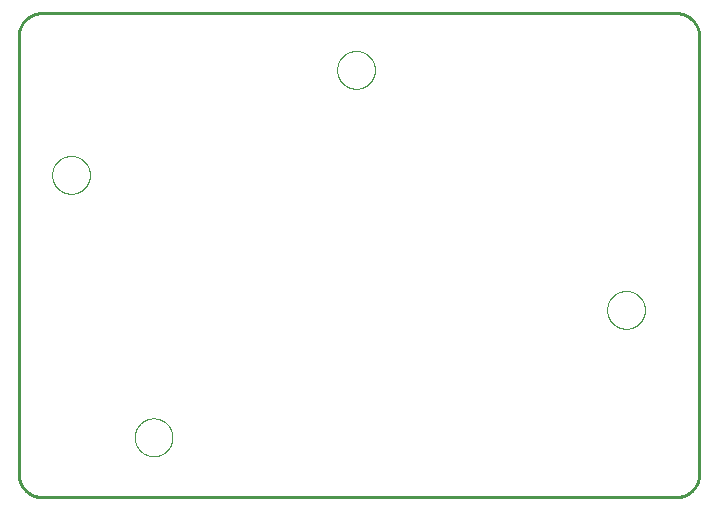
<source format=gtp>
G75*
%MOIN*%
%OFA0B0*%
%FSLAX25Y25*%
%IPPOS*%
%LPD*%
%AMOC8*
5,1,8,0,0,1.08239X$1,22.5*
%
%ADD10C,0.00000*%
%ADD11C,0.01000*%
D10*
X0043001Y0026800D02*
X0043003Y0026958D01*
X0043009Y0027116D01*
X0043019Y0027274D01*
X0043033Y0027432D01*
X0043051Y0027589D01*
X0043072Y0027746D01*
X0043098Y0027902D01*
X0043128Y0028058D01*
X0043161Y0028213D01*
X0043199Y0028366D01*
X0043240Y0028519D01*
X0043285Y0028671D01*
X0043334Y0028822D01*
X0043387Y0028971D01*
X0043443Y0029119D01*
X0043503Y0029265D01*
X0043567Y0029410D01*
X0043635Y0029553D01*
X0043706Y0029695D01*
X0043780Y0029835D01*
X0043858Y0029972D01*
X0043940Y0030108D01*
X0044024Y0030242D01*
X0044113Y0030373D01*
X0044204Y0030502D01*
X0044299Y0030629D01*
X0044396Y0030754D01*
X0044497Y0030876D01*
X0044601Y0030995D01*
X0044708Y0031112D01*
X0044818Y0031226D01*
X0044931Y0031337D01*
X0045046Y0031446D01*
X0045164Y0031551D01*
X0045285Y0031653D01*
X0045408Y0031753D01*
X0045534Y0031849D01*
X0045662Y0031942D01*
X0045792Y0032032D01*
X0045925Y0032118D01*
X0046060Y0032202D01*
X0046196Y0032281D01*
X0046335Y0032358D01*
X0046476Y0032430D01*
X0046618Y0032500D01*
X0046762Y0032565D01*
X0046908Y0032627D01*
X0047055Y0032685D01*
X0047204Y0032740D01*
X0047354Y0032791D01*
X0047505Y0032838D01*
X0047657Y0032881D01*
X0047810Y0032920D01*
X0047965Y0032956D01*
X0048120Y0032987D01*
X0048276Y0033015D01*
X0048432Y0033039D01*
X0048589Y0033059D01*
X0048747Y0033075D01*
X0048904Y0033087D01*
X0049063Y0033095D01*
X0049221Y0033099D01*
X0049379Y0033099D01*
X0049537Y0033095D01*
X0049696Y0033087D01*
X0049853Y0033075D01*
X0050011Y0033059D01*
X0050168Y0033039D01*
X0050324Y0033015D01*
X0050480Y0032987D01*
X0050635Y0032956D01*
X0050790Y0032920D01*
X0050943Y0032881D01*
X0051095Y0032838D01*
X0051246Y0032791D01*
X0051396Y0032740D01*
X0051545Y0032685D01*
X0051692Y0032627D01*
X0051838Y0032565D01*
X0051982Y0032500D01*
X0052124Y0032430D01*
X0052265Y0032358D01*
X0052404Y0032281D01*
X0052540Y0032202D01*
X0052675Y0032118D01*
X0052808Y0032032D01*
X0052938Y0031942D01*
X0053066Y0031849D01*
X0053192Y0031753D01*
X0053315Y0031653D01*
X0053436Y0031551D01*
X0053554Y0031446D01*
X0053669Y0031337D01*
X0053782Y0031226D01*
X0053892Y0031112D01*
X0053999Y0030995D01*
X0054103Y0030876D01*
X0054204Y0030754D01*
X0054301Y0030629D01*
X0054396Y0030502D01*
X0054487Y0030373D01*
X0054576Y0030242D01*
X0054660Y0030108D01*
X0054742Y0029972D01*
X0054820Y0029835D01*
X0054894Y0029695D01*
X0054965Y0029553D01*
X0055033Y0029410D01*
X0055097Y0029265D01*
X0055157Y0029119D01*
X0055213Y0028971D01*
X0055266Y0028822D01*
X0055315Y0028671D01*
X0055360Y0028519D01*
X0055401Y0028366D01*
X0055439Y0028213D01*
X0055472Y0028058D01*
X0055502Y0027902D01*
X0055528Y0027746D01*
X0055549Y0027589D01*
X0055567Y0027432D01*
X0055581Y0027274D01*
X0055591Y0027116D01*
X0055597Y0026958D01*
X0055599Y0026800D01*
X0055597Y0026642D01*
X0055591Y0026484D01*
X0055581Y0026326D01*
X0055567Y0026168D01*
X0055549Y0026011D01*
X0055528Y0025854D01*
X0055502Y0025698D01*
X0055472Y0025542D01*
X0055439Y0025387D01*
X0055401Y0025234D01*
X0055360Y0025081D01*
X0055315Y0024929D01*
X0055266Y0024778D01*
X0055213Y0024629D01*
X0055157Y0024481D01*
X0055097Y0024335D01*
X0055033Y0024190D01*
X0054965Y0024047D01*
X0054894Y0023905D01*
X0054820Y0023765D01*
X0054742Y0023628D01*
X0054660Y0023492D01*
X0054576Y0023358D01*
X0054487Y0023227D01*
X0054396Y0023098D01*
X0054301Y0022971D01*
X0054204Y0022846D01*
X0054103Y0022724D01*
X0053999Y0022605D01*
X0053892Y0022488D01*
X0053782Y0022374D01*
X0053669Y0022263D01*
X0053554Y0022154D01*
X0053436Y0022049D01*
X0053315Y0021947D01*
X0053192Y0021847D01*
X0053066Y0021751D01*
X0052938Y0021658D01*
X0052808Y0021568D01*
X0052675Y0021482D01*
X0052540Y0021398D01*
X0052404Y0021319D01*
X0052265Y0021242D01*
X0052124Y0021170D01*
X0051982Y0021100D01*
X0051838Y0021035D01*
X0051692Y0020973D01*
X0051545Y0020915D01*
X0051396Y0020860D01*
X0051246Y0020809D01*
X0051095Y0020762D01*
X0050943Y0020719D01*
X0050790Y0020680D01*
X0050635Y0020644D01*
X0050480Y0020613D01*
X0050324Y0020585D01*
X0050168Y0020561D01*
X0050011Y0020541D01*
X0049853Y0020525D01*
X0049696Y0020513D01*
X0049537Y0020505D01*
X0049379Y0020501D01*
X0049221Y0020501D01*
X0049063Y0020505D01*
X0048904Y0020513D01*
X0048747Y0020525D01*
X0048589Y0020541D01*
X0048432Y0020561D01*
X0048276Y0020585D01*
X0048120Y0020613D01*
X0047965Y0020644D01*
X0047810Y0020680D01*
X0047657Y0020719D01*
X0047505Y0020762D01*
X0047354Y0020809D01*
X0047204Y0020860D01*
X0047055Y0020915D01*
X0046908Y0020973D01*
X0046762Y0021035D01*
X0046618Y0021100D01*
X0046476Y0021170D01*
X0046335Y0021242D01*
X0046196Y0021319D01*
X0046060Y0021398D01*
X0045925Y0021482D01*
X0045792Y0021568D01*
X0045662Y0021658D01*
X0045534Y0021751D01*
X0045408Y0021847D01*
X0045285Y0021947D01*
X0045164Y0022049D01*
X0045046Y0022154D01*
X0044931Y0022263D01*
X0044818Y0022374D01*
X0044708Y0022488D01*
X0044601Y0022605D01*
X0044497Y0022724D01*
X0044396Y0022846D01*
X0044299Y0022971D01*
X0044204Y0023098D01*
X0044113Y0023227D01*
X0044024Y0023358D01*
X0043940Y0023492D01*
X0043858Y0023628D01*
X0043780Y0023765D01*
X0043706Y0023905D01*
X0043635Y0024047D01*
X0043567Y0024190D01*
X0043503Y0024335D01*
X0043443Y0024481D01*
X0043387Y0024629D01*
X0043334Y0024778D01*
X0043285Y0024929D01*
X0043240Y0025081D01*
X0043199Y0025234D01*
X0043161Y0025387D01*
X0043128Y0025542D01*
X0043098Y0025698D01*
X0043072Y0025854D01*
X0043051Y0026011D01*
X0043033Y0026168D01*
X0043019Y0026326D01*
X0043009Y0026484D01*
X0043003Y0026642D01*
X0043001Y0026800D01*
X0015481Y0114280D02*
X0015483Y0114438D01*
X0015489Y0114596D01*
X0015499Y0114754D01*
X0015513Y0114912D01*
X0015531Y0115069D01*
X0015552Y0115226D01*
X0015578Y0115382D01*
X0015608Y0115538D01*
X0015641Y0115693D01*
X0015679Y0115846D01*
X0015720Y0115999D01*
X0015765Y0116151D01*
X0015814Y0116302D01*
X0015867Y0116451D01*
X0015923Y0116599D01*
X0015983Y0116745D01*
X0016047Y0116890D01*
X0016115Y0117033D01*
X0016186Y0117175D01*
X0016260Y0117315D01*
X0016338Y0117452D01*
X0016420Y0117588D01*
X0016504Y0117722D01*
X0016593Y0117853D01*
X0016684Y0117982D01*
X0016779Y0118109D01*
X0016876Y0118234D01*
X0016977Y0118356D01*
X0017081Y0118475D01*
X0017188Y0118592D01*
X0017298Y0118706D01*
X0017411Y0118817D01*
X0017526Y0118926D01*
X0017644Y0119031D01*
X0017765Y0119133D01*
X0017888Y0119233D01*
X0018014Y0119329D01*
X0018142Y0119422D01*
X0018272Y0119512D01*
X0018405Y0119598D01*
X0018540Y0119682D01*
X0018676Y0119761D01*
X0018815Y0119838D01*
X0018956Y0119910D01*
X0019098Y0119980D01*
X0019242Y0120045D01*
X0019388Y0120107D01*
X0019535Y0120165D01*
X0019684Y0120220D01*
X0019834Y0120271D01*
X0019985Y0120318D01*
X0020137Y0120361D01*
X0020290Y0120400D01*
X0020445Y0120436D01*
X0020600Y0120467D01*
X0020756Y0120495D01*
X0020912Y0120519D01*
X0021069Y0120539D01*
X0021227Y0120555D01*
X0021384Y0120567D01*
X0021543Y0120575D01*
X0021701Y0120579D01*
X0021859Y0120579D01*
X0022017Y0120575D01*
X0022176Y0120567D01*
X0022333Y0120555D01*
X0022491Y0120539D01*
X0022648Y0120519D01*
X0022804Y0120495D01*
X0022960Y0120467D01*
X0023115Y0120436D01*
X0023270Y0120400D01*
X0023423Y0120361D01*
X0023575Y0120318D01*
X0023726Y0120271D01*
X0023876Y0120220D01*
X0024025Y0120165D01*
X0024172Y0120107D01*
X0024318Y0120045D01*
X0024462Y0119980D01*
X0024604Y0119910D01*
X0024745Y0119838D01*
X0024884Y0119761D01*
X0025020Y0119682D01*
X0025155Y0119598D01*
X0025288Y0119512D01*
X0025418Y0119422D01*
X0025546Y0119329D01*
X0025672Y0119233D01*
X0025795Y0119133D01*
X0025916Y0119031D01*
X0026034Y0118926D01*
X0026149Y0118817D01*
X0026262Y0118706D01*
X0026372Y0118592D01*
X0026479Y0118475D01*
X0026583Y0118356D01*
X0026684Y0118234D01*
X0026781Y0118109D01*
X0026876Y0117982D01*
X0026967Y0117853D01*
X0027056Y0117722D01*
X0027140Y0117588D01*
X0027222Y0117452D01*
X0027300Y0117315D01*
X0027374Y0117175D01*
X0027445Y0117033D01*
X0027513Y0116890D01*
X0027577Y0116745D01*
X0027637Y0116599D01*
X0027693Y0116451D01*
X0027746Y0116302D01*
X0027795Y0116151D01*
X0027840Y0115999D01*
X0027881Y0115846D01*
X0027919Y0115693D01*
X0027952Y0115538D01*
X0027982Y0115382D01*
X0028008Y0115226D01*
X0028029Y0115069D01*
X0028047Y0114912D01*
X0028061Y0114754D01*
X0028071Y0114596D01*
X0028077Y0114438D01*
X0028079Y0114280D01*
X0028077Y0114122D01*
X0028071Y0113964D01*
X0028061Y0113806D01*
X0028047Y0113648D01*
X0028029Y0113491D01*
X0028008Y0113334D01*
X0027982Y0113178D01*
X0027952Y0113022D01*
X0027919Y0112867D01*
X0027881Y0112714D01*
X0027840Y0112561D01*
X0027795Y0112409D01*
X0027746Y0112258D01*
X0027693Y0112109D01*
X0027637Y0111961D01*
X0027577Y0111815D01*
X0027513Y0111670D01*
X0027445Y0111527D01*
X0027374Y0111385D01*
X0027300Y0111245D01*
X0027222Y0111108D01*
X0027140Y0110972D01*
X0027056Y0110838D01*
X0026967Y0110707D01*
X0026876Y0110578D01*
X0026781Y0110451D01*
X0026684Y0110326D01*
X0026583Y0110204D01*
X0026479Y0110085D01*
X0026372Y0109968D01*
X0026262Y0109854D01*
X0026149Y0109743D01*
X0026034Y0109634D01*
X0025916Y0109529D01*
X0025795Y0109427D01*
X0025672Y0109327D01*
X0025546Y0109231D01*
X0025418Y0109138D01*
X0025288Y0109048D01*
X0025155Y0108962D01*
X0025020Y0108878D01*
X0024884Y0108799D01*
X0024745Y0108722D01*
X0024604Y0108650D01*
X0024462Y0108580D01*
X0024318Y0108515D01*
X0024172Y0108453D01*
X0024025Y0108395D01*
X0023876Y0108340D01*
X0023726Y0108289D01*
X0023575Y0108242D01*
X0023423Y0108199D01*
X0023270Y0108160D01*
X0023115Y0108124D01*
X0022960Y0108093D01*
X0022804Y0108065D01*
X0022648Y0108041D01*
X0022491Y0108021D01*
X0022333Y0108005D01*
X0022176Y0107993D01*
X0022017Y0107985D01*
X0021859Y0107981D01*
X0021701Y0107981D01*
X0021543Y0107985D01*
X0021384Y0107993D01*
X0021227Y0108005D01*
X0021069Y0108021D01*
X0020912Y0108041D01*
X0020756Y0108065D01*
X0020600Y0108093D01*
X0020445Y0108124D01*
X0020290Y0108160D01*
X0020137Y0108199D01*
X0019985Y0108242D01*
X0019834Y0108289D01*
X0019684Y0108340D01*
X0019535Y0108395D01*
X0019388Y0108453D01*
X0019242Y0108515D01*
X0019098Y0108580D01*
X0018956Y0108650D01*
X0018815Y0108722D01*
X0018676Y0108799D01*
X0018540Y0108878D01*
X0018405Y0108962D01*
X0018272Y0109048D01*
X0018142Y0109138D01*
X0018014Y0109231D01*
X0017888Y0109327D01*
X0017765Y0109427D01*
X0017644Y0109529D01*
X0017526Y0109634D01*
X0017411Y0109743D01*
X0017298Y0109854D01*
X0017188Y0109968D01*
X0017081Y0110085D01*
X0016977Y0110204D01*
X0016876Y0110326D01*
X0016779Y0110451D01*
X0016684Y0110578D01*
X0016593Y0110707D01*
X0016504Y0110838D01*
X0016420Y0110972D01*
X0016338Y0111108D01*
X0016260Y0111245D01*
X0016186Y0111385D01*
X0016115Y0111527D01*
X0016047Y0111670D01*
X0015983Y0111815D01*
X0015923Y0111961D01*
X0015867Y0112109D01*
X0015814Y0112258D01*
X0015765Y0112409D01*
X0015720Y0112561D01*
X0015679Y0112714D01*
X0015641Y0112867D01*
X0015608Y0113022D01*
X0015578Y0113178D01*
X0015552Y0113334D01*
X0015531Y0113491D01*
X0015513Y0113648D01*
X0015499Y0113806D01*
X0015489Y0113964D01*
X0015483Y0114122D01*
X0015481Y0114280D01*
X0110481Y0149280D02*
X0110483Y0149438D01*
X0110489Y0149596D01*
X0110499Y0149754D01*
X0110513Y0149912D01*
X0110531Y0150069D01*
X0110552Y0150226D01*
X0110578Y0150382D01*
X0110608Y0150538D01*
X0110641Y0150693D01*
X0110679Y0150846D01*
X0110720Y0150999D01*
X0110765Y0151151D01*
X0110814Y0151302D01*
X0110867Y0151451D01*
X0110923Y0151599D01*
X0110983Y0151745D01*
X0111047Y0151890D01*
X0111115Y0152033D01*
X0111186Y0152175D01*
X0111260Y0152315D01*
X0111338Y0152452D01*
X0111420Y0152588D01*
X0111504Y0152722D01*
X0111593Y0152853D01*
X0111684Y0152982D01*
X0111779Y0153109D01*
X0111876Y0153234D01*
X0111977Y0153356D01*
X0112081Y0153475D01*
X0112188Y0153592D01*
X0112298Y0153706D01*
X0112411Y0153817D01*
X0112526Y0153926D01*
X0112644Y0154031D01*
X0112765Y0154133D01*
X0112888Y0154233D01*
X0113014Y0154329D01*
X0113142Y0154422D01*
X0113272Y0154512D01*
X0113405Y0154598D01*
X0113540Y0154682D01*
X0113676Y0154761D01*
X0113815Y0154838D01*
X0113956Y0154910D01*
X0114098Y0154980D01*
X0114242Y0155045D01*
X0114388Y0155107D01*
X0114535Y0155165D01*
X0114684Y0155220D01*
X0114834Y0155271D01*
X0114985Y0155318D01*
X0115137Y0155361D01*
X0115290Y0155400D01*
X0115445Y0155436D01*
X0115600Y0155467D01*
X0115756Y0155495D01*
X0115912Y0155519D01*
X0116069Y0155539D01*
X0116227Y0155555D01*
X0116384Y0155567D01*
X0116543Y0155575D01*
X0116701Y0155579D01*
X0116859Y0155579D01*
X0117017Y0155575D01*
X0117176Y0155567D01*
X0117333Y0155555D01*
X0117491Y0155539D01*
X0117648Y0155519D01*
X0117804Y0155495D01*
X0117960Y0155467D01*
X0118115Y0155436D01*
X0118270Y0155400D01*
X0118423Y0155361D01*
X0118575Y0155318D01*
X0118726Y0155271D01*
X0118876Y0155220D01*
X0119025Y0155165D01*
X0119172Y0155107D01*
X0119318Y0155045D01*
X0119462Y0154980D01*
X0119604Y0154910D01*
X0119745Y0154838D01*
X0119884Y0154761D01*
X0120020Y0154682D01*
X0120155Y0154598D01*
X0120288Y0154512D01*
X0120418Y0154422D01*
X0120546Y0154329D01*
X0120672Y0154233D01*
X0120795Y0154133D01*
X0120916Y0154031D01*
X0121034Y0153926D01*
X0121149Y0153817D01*
X0121262Y0153706D01*
X0121372Y0153592D01*
X0121479Y0153475D01*
X0121583Y0153356D01*
X0121684Y0153234D01*
X0121781Y0153109D01*
X0121876Y0152982D01*
X0121967Y0152853D01*
X0122056Y0152722D01*
X0122140Y0152588D01*
X0122222Y0152452D01*
X0122300Y0152315D01*
X0122374Y0152175D01*
X0122445Y0152033D01*
X0122513Y0151890D01*
X0122577Y0151745D01*
X0122637Y0151599D01*
X0122693Y0151451D01*
X0122746Y0151302D01*
X0122795Y0151151D01*
X0122840Y0150999D01*
X0122881Y0150846D01*
X0122919Y0150693D01*
X0122952Y0150538D01*
X0122982Y0150382D01*
X0123008Y0150226D01*
X0123029Y0150069D01*
X0123047Y0149912D01*
X0123061Y0149754D01*
X0123071Y0149596D01*
X0123077Y0149438D01*
X0123079Y0149280D01*
X0123077Y0149122D01*
X0123071Y0148964D01*
X0123061Y0148806D01*
X0123047Y0148648D01*
X0123029Y0148491D01*
X0123008Y0148334D01*
X0122982Y0148178D01*
X0122952Y0148022D01*
X0122919Y0147867D01*
X0122881Y0147714D01*
X0122840Y0147561D01*
X0122795Y0147409D01*
X0122746Y0147258D01*
X0122693Y0147109D01*
X0122637Y0146961D01*
X0122577Y0146815D01*
X0122513Y0146670D01*
X0122445Y0146527D01*
X0122374Y0146385D01*
X0122300Y0146245D01*
X0122222Y0146108D01*
X0122140Y0145972D01*
X0122056Y0145838D01*
X0121967Y0145707D01*
X0121876Y0145578D01*
X0121781Y0145451D01*
X0121684Y0145326D01*
X0121583Y0145204D01*
X0121479Y0145085D01*
X0121372Y0144968D01*
X0121262Y0144854D01*
X0121149Y0144743D01*
X0121034Y0144634D01*
X0120916Y0144529D01*
X0120795Y0144427D01*
X0120672Y0144327D01*
X0120546Y0144231D01*
X0120418Y0144138D01*
X0120288Y0144048D01*
X0120155Y0143962D01*
X0120020Y0143878D01*
X0119884Y0143799D01*
X0119745Y0143722D01*
X0119604Y0143650D01*
X0119462Y0143580D01*
X0119318Y0143515D01*
X0119172Y0143453D01*
X0119025Y0143395D01*
X0118876Y0143340D01*
X0118726Y0143289D01*
X0118575Y0143242D01*
X0118423Y0143199D01*
X0118270Y0143160D01*
X0118115Y0143124D01*
X0117960Y0143093D01*
X0117804Y0143065D01*
X0117648Y0143041D01*
X0117491Y0143021D01*
X0117333Y0143005D01*
X0117176Y0142993D01*
X0117017Y0142985D01*
X0116859Y0142981D01*
X0116701Y0142981D01*
X0116543Y0142985D01*
X0116384Y0142993D01*
X0116227Y0143005D01*
X0116069Y0143021D01*
X0115912Y0143041D01*
X0115756Y0143065D01*
X0115600Y0143093D01*
X0115445Y0143124D01*
X0115290Y0143160D01*
X0115137Y0143199D01*
X0114985Y0143242D01*
X0114834Y0143289D01*
X0114684Y0143340D01*
X0114535Y0143395D01*
X0114388Y0143453D01*
X0114242Y0143515D01*
X0114098Y0143580D01*
X0113956Y0143650D01*
X0113815Y0143722D01*
X0113676Y0143799D01*
X0113540Y0143878D01*
X0113405Y0143962D01*
X0113272Y0144048D01*
X0113142Y0144138D01*
X0113014Y0144231D01*
X0112888Y0144327D01*
X0112765Y0144427D01*
X0112644Y0144529D01*
X0112526Y0144634D01*
X0112411Y0144743D01*
X0112298Y0144854D01*
X0112188Y0144968D01*
X0112081Y0145085D01*
X0111977Y0145204D01*
X0111876Y0145326D01*
X0111779Y0145451D01*
X0111684Y0145578D01*
X0111593Y0145707D01*
X0111504Y0145838D01*
X0111420Y0145972D01*
X0111338Y0146108D01*
X0111260Y0146245D01*
X0111186Y0146385D01*
X0111115Y0146527D01*
X0111047Y0146670D01*
X0110983Y0146815D01*
X0110923Y0146961D01*
X0110867Y0147109D01*
X0110814Y0147258D01*
X0110765Y0147409D01*
X0110720Y0147561D01*
X0110679Y0147714D01*
X0110641Y0147867D01*
X0110608Y0148022D01*
X0110578Y0148178D01*
X0110552Y0148334D01*
X0110531Y0148491D01*
X0110513Y0148648D01*
X0110499Y0148806D01*
X0110489Y0148964D01*
X0110483Y0149122D01*
X0110481Y0149280D01*
X0200481Y0069280D02*
X0200483Y0069438D01*
X0200489Y0069596D01*
X0200499Y0069754D01*
X0200513Y0069912D01*
X0200531Y0070069D01*
X0200552Y0070226D01*
X0200578Y0070382D01*
X0200608Y0070538D01*
X0200641Y0070693D01*
X0200679Y0070846D01*
X0200720Y0070999D01*
X0200765Y0071151D01*
X0200814Y0071302D01*
X0200867Y0071451D01*
X0200923Y0071599D01*
X0200983Y0071745D01*
X0201047Y0071890D01*
X0201115Y0072033D01*
X0201186Y0072175D01*
X0201260Y0072315D01*
X0201338Y0072452D01*
X0201420Y0072588D01*
X0201504Y0072722D01*
X0201593Y0072853D01*
X0201684Y0072982D01*
X0201779Y0073109D01*
X0201876Y0073234D01*
X0201977Y0073356D01*
X0202081Y0073475D01*
X0202188Y0073592D01*
X0202298Y0073706D01*
X0202411Y0073817D01*
X0202526Y0073926D01*
X0202644Y0074031D01*
X0202765Y0074133D01*
X0202888Y0074233D01*
X0203014Y0074329D01*
X0203142Y0074422D01*
X0203272Y0074512D01*
X0203405Y0074598D01*
X0203540Y0074682D01*
X0203676Y0074761D01*
X0203815Y0074838D01*
X0203956Y0074910D01*
X0204098Y0074980D01*
X0204242Y0075045D01*
X0204388Y0075107D01*
X0204535Y0075165D01*
X0204684Y0075220D01*
X0204834Y0075271D01*
X0204985Y0075318D01*
X0205137Y0075361D01*
X0205290Y0075400D01*
X0205445Y0075436D01*
X0205600Y0075467D01*
X0205756Y0075495D01*
X0205912Y0075519D01*
X0206069Y0075539D01*
X0206227Y0075555D01*
X0206384Y0075567D01*
X0206543Y0075575D01*
X0206701Y0075579D01*
X0206859Y0075579D01*
X0207017Y0075575D01*
X0207176Y0075567D01*
X0207333Y0075555D01*
X0207491Y0075539D01*
X0207648Y0075519D01*
X0207804Y0075495D01*
X0207960Y0075467D01*
X0208115Y0075436D01*
X0208270Y0075400D01*
X0208423Y0075361D01*
X0208575Y0075318D01*
X0208726Y0075271D01*
X0208876Y0075220D01*
X0209025Y0075165D01*
X0209172Y0075107D01*
X0209318Y0075045D01*
X0209462Y0074980D01*
X0209604Y0074910D01*
X0209745Y0074838D01*
X0209884Y0074761D01*
X0210020Y0074682D01*
X0210155Y0074598D01*
X0210288Y0074512D01*
X0210418Y0074422D01*
X0210546Y0074329D01*
X0210672Y0074233D01*
X0210795Y0074133D01*
X0210916Y0074031D01*
X0211034Y0073926D01*
X0211149Y0073817D01*
X0211262Y0073706D01*
X0211372Y0073592D01*
X0211479Y0073475D01*
X0211583Y0073356D01*
X0211684Y0073234D01*
X0211781Y0073109D01*
X0211876Y0072982D01*
X0211967Y0072853D01*
X0212056Y0072722D01*
X0212140Y0072588D01*
X0212222Y0072452D01*
X0212300Y0072315D01*
X0212374Y0072175D01*
X0212445Y0072033D01*
X0212513Y0071890D01*
X0212577Y0071745D01*
X0212637Y0071599D01*
X0212693Y0071451D01*
X0212746Y0071302D01*
X0212795Y0071151D01*
X0212840Y0070999D01*
X0212881Y0070846D01*
X0212919Y0070693D01*
X0212952Y0070538D01*
X0212982Y0070382D01*
X0213008Y0070226D01*
X0213029Y0070069D01*
X0213047Y0069912D01*
X0213061Y0069754D01*
X0213071Y0069596D01*
X0213077Y0069438D01*
X0213079Y0069280D01*
X0213077Y0069122D01*
X0213071Y0068964D01*
X0213061Y0068806D01*
X0213047Y0068648D01*
X0213029Y0068491D01*
X0213008Y0068334D01*
X0212982Y0068178D01*
X0212952Y0068022D01*
X0212919Y0067867D01*
X0212881Y0067714D01*
X0212840Y0067561D01*
X0212795Y0067409D01*
X0212746Y0067258D01*
X0212693Y0067109D01*
X0212637Y0066961D01*
X0212577Y0066815D01*
X0212513Y0066670D01*
X0212445Y0066527D01*
X0212374Y0066385D01*
X0212300Y0066245D01*
X0212222Y0066108D01*
X0212140Y0065972D01*
X0212056Y0065838D01*
X0211967Y0065707D01*
X0211876Y0065578D01*
X0211781Y0065451D01*
X0211684Y0065326D01*
X0211583Y0065204D01*
X0211479Y0065085D01*
X0211372Y0064968D01*
X0211262Y0064854D01*
X0211149Y0064743D01*
X0211034Y0064634D01*
X0210916Y0064529D01*
X0210795Y0064427D01*
X0210672Y0064327D01*
X0210546Y0064231D01*
X0210418Y0064138D01*
X0210288Y0064048D01*
X0210155Y0063962D01*
X0210020Y0063878D01*
X0209884Y0063799D01*
X0209745Y0063722D01*
X0209604Y0063650D01*
X0209462Y0063580D01*
X0209318Y0063515D01*
X0209172Y0063453D01*
X0209025Y0063395D01*
X0208876Y0063340D01*
X0208726Y0063289D01*
X0208575Y0063242D01*
X0208423Y0063199D01*
X0208270Y0063160D01*
X0208115Y0063124D01*
X0207960Y0063093D01*
X0207804Y0063065D01*
X0207648Y0063041D01*
X0207491Y0063021D01*
X0207333Y0063005D01*
X0207176Y0062993D01*
X0207017Y0062985D01*
X0206859Y0062981D01*
X0206701Y0062981D01*
X0206543Y0062985D01*
X0206384Y0062993D01*
X0206227Y0063005D01*
X0206069Y0063021D01*
X0205912Y0063041D01*
X0205756Y0063065D01*
X0205600Y0063093D01*
X0205445Y0063124D01*
X0205290Y0063160D01*
X0205137Y0063199D01*
X0204985Y0063242D01*
X0204834Y0063289D01*
X0204684Y0063340D01*
X0204535Y0063395D01*
X0204388Y0063453D01*
X0204242Y0063515D01*
X0204098Y0063580D01*
X0203956Y0063650D01*
X0203815Y0063722D01*
X0203676Y0063799D01*
X0203540Y0063878D01*
X0203405Y0063962D01*
X0203272Y0064048D01*
X0203142Y0064138D01*
X0203014Y0064231D01*
X0202888Y0064327D01*
X0202765Y0064427D01*
X0202644Y0064529D01*
X0202526Y0064634D01*
X0202411Y0064743D01*
X0202298Y0064854D01*
X0202188Y0064968D01*
X0202081Y0065085D01*
X0201977Y0065204D01*
X0201876Y0065326D01*
X0201779Y0065451D01*
X0201684Y0065578D01*
X0201593Y0065707D01*
X0201504Y0065838D01*
X0201420Y0065972D01*
X0201338Y0066108D01*
X0201260Y0066245D01*
X0201186Y0066385D01*
X0201115Y0066527D01*
X0201047Y0066670D01*
X0200983Y0066815D01*
X0200923Y0066961D01*
X0200867Y0067109D01*
X0200814Y0067258D01*
X0200765Y0067409D01*
X0200720Y0067561D01*
X0200679Y0067714D01*
X0200641Y0067867D01*
X0200608Y0068022D01*
X0200578Y0068178D01*
X0200552Y0068334D01*
X0200531Y0068491D01*
X0200513Y0068648D01*
X0200499Y0068806D01*
X0200489Y0068964D01*
X0200483Y0069122D01*
X0200481Y0069280D01*
D11*
X0223335Y0006800D02*
X0012174Y0006800D01*
X0011984Y0006802D01*
X0011794Y0006809D01*
X0011604Y0006821D01*
X0011414Y0006837D01*
X0011225Y0006857D01*
X0011036Y0006883D01*
X0010848Y0006912D01*
X0010661Y0006947D01*
X0010475Y0006986D01*
X0010290Y0007029D01*
X0010105Y0007077D01*
X0009922Y0007129D01*
X0009741Y0007185D01*
X0009561Y0007246D01*
X0009382Y0007312D01*
X0009205Y0007381D01*
X0009029Y0007455D01*
X0008856Y0007533D01*
X0008684Y0007616D01*
X0008515Y0007702D01*
X0008347Y0007792D01*
X0008182Y0007887D01*
X0008019Y0007985D01*
X0007859Y0008088D01*
X0007701Y0008194D01*
X0007546Y0008304D01*
X0007393Y0008417D01*
X0007243Y0008535D01*
X0007097Y0008656D01*
X0006953Y0008780D01*
X0006812Y0008908D01*
X0006674Y0009039D01*
X0006539Y0009174D01*
X0006408Y0009312D01*
X0006280Y0009453D01*
X0006156Y0009597D01*
X0006035Y0009743D01*
X0005917Y0009893D01*
X0005804Y0010046D01*
X0005694Y0010201D01*
X0005588Y0010359D01*
X0005485Y0010519D01*
X0005387Y0010682D01*
X0005292Y0010847D01*
X0005202Y0011015D01*
X0005116Y0011184D01*
X0005033Y0011356D01*
X0004955Y0011529D01*
X0004881Y0011705D01*
X0004812Y0011882D01*
X0004746Y0012061D01*
X0004685Y0012241D01*
X0004629Y0012422D01*
X0004577Y0012605D01*
X0004529Y0012790D01*
X0004486Y0012975D01*
X0004447Y0013161D01*
X0004412Y0013348D01*
X0004383Y0013536D01*
X0004357Y0013725D01*
X0004337Y0013914D01*
X0004321Y0014104D01*
X0004309Y0014294D01*
X0004302Y0014484D01*
X0004300Y0014674D01*
X0004300Y0160343D01*
X0004302Y0160533D01*
X0004309Y0160723D01*
X0004321Y0160913D01*
X0004337Y0161103D01*
X0004357Y0161292D01*
X0004383Y0161481D01*
X0004412Y0161669D01*
X0004447Y0161856D01*
X0004486Y0162042D01*
X0004529Y0162227D01*
X0004577Y0162412D01*
X0004629Y0162595D01*
X0004685Y0162776D01*
X0004746Y0162956D01*
X0004812Y0163135D01*
X0004881Y0163312D01*
X0004955Y0163488D01*
X0005033Y0163661D01*
X0005116Y0163833D01*
X0005202Y0164002D01*
X0005292Y0164170D01*
X0005387Y0164335D01*
X0005485Y0164498D01*
X0005588Y0164658D01*
X0005694Y0164816D01*
X0005804Y0164971D01*
X0005917Y0165124D01*
X0006035Y0165274D01*
X0006156Y0165420D01*
X0006280Y0165564D01*
X0006408Y0165705D01*
X0006539Y0165843D01*
X0006674Y0165978D01*
X0006812Y0166109D01*
X0006953Y0166237D01*
X0007097Y0166361D01*
X0007243Y0166482D01*
X0007393Y0166600D01*
X0007546Y0166713D01*
X0007701Y0166823D01*
X0007859Y0166929D01*
X0008019Y0167032D01*
X0008182Y0167130D01*
X0008347Y0167225D01*
X0008515Y0167315D01*
X0008684Y0167401D01*
X0008856Y0167484D01*
X0009029Y0167562D01*
X0009205Y0167636D01*
X0009382Y0167705D01*
X0009561Y0167771D01*
X0009741Y0167832D01*
X0009922Y0167888D01*
X0010105Y0167940D01*
X0010290Y0167988D01*
X0010475Y0168031D01*
X0010661Y0168070D01*
X0010848Y0168105D01*
X0011036Y0168134D01*
X0011225Y0168160D01*
X0011414Y0168180D01*
X0011604Y0168196D01*
X0011794Y0168208D01*
X0011984Y0168215D01*
X0012174Y0168217D01*
X0223335Y0168217D01*
X0223525Y0168215D01*
X0223715Y0168208D01*
X0223905Y0168196D01*
X0224095Y0168180D01*
X0224284Y0168160D01*
X0224473Y0168134D01*
X0224661Y0168105D01*
X0224848Y0168070D01*
X0225034Y0168031D01*
X0225219Y0167988D01*
X0225404Y0167940D01*
X0225587Y0167888D01*
X0225768Y0167832D01*
X0225948Y0167771D01*
X0226127Y0167705D01*
X0226304Y0167636D01*
X0226480Y0167562D01*
X0226653Y0167484D01*
X0226825Y0167401D01*
X0226994Y0167315D01*
X0227162Y0167225D01*
X0227327Y0167130D01*
X0227490Y0167032D01*
X0227650Y0166929D01*
X0227808Y0166823D01*
X0227963Y0166713D01*
X0228116Y0166600D01*
X0228266Y0166482D01*
X0228412Y0166361D01*
X0228556Y0166237D01*
X0228697Y0166109D01*
X0228835Y0165978D01*
X0228970Y0165843D01*
X0229101Y0165705D01*
X0229229Y0165564D01*
X0229353Y0165420D01*
X0229474Y0165274D01*
X0229592Y0165124D01*
X0229705Y0164971D01*
X0229815Y0164816D01*
X0229921Y0164658D01*
X0230024Y0164498D01*
X0230122Y0164335D01*
X0230217Y0164170D01*
X0230307Y0164002D01*
X0230393Y0163833D01*
X0230476Y0163661D01*
X0230554Y0163488D01*
X0230628Y0163312D01*
X0230697Y0163135D01*
X0230763Y0162956D01*
X0230824Y0162776D01*
X0230880Y0162595D01*
X0230932Y0162412D01*
X0230980Y0162227D01*
X0231023Y0162042D01*
X0231062Y0161856D01*
X0231097Y0161669D01*
X0231126Y0161481D01*
X0231152Y0161292D01*
X0231172Y0161103D01*
X0231188Y0160913D01*
X0231200Y0160723D01*
X0231207Y0160533D01*
X0231209Y0160343D01*
X0231209Y0014674D01*
X0231207Y0014484D01*
X0231200Y0014294D01*
X0231188Y0014104D01*
X0231172Y0013914D01*
X0231152Y0013725D01*
X0231126Y0013536D01*
X0231097Y0013348D01*
X0231062Y0013161D01*
X0231023Y0012975D01*
X0230980Y0012790D01*
X0230932Y0012605D01*
X0230880Y0012422D01*
X0230824Y0012241D01*
X0230763Y0012061D01*
X0230697Y0011882D01*
X0230628Y0011705D01*
X0230554Y0011529D01*
X0230476Y0011356D01*
X0230393Y0011184D01*
X0230307Y0011015D01*
X0230217Y0010847D01*
X0230122Y0010682D01*
X0230024Y0010519D01*
X0229921Y0010359D01*
X0229815Y0010201D01*
X0229705Y0010046D01*
X0229592Y0009893D01*
X0229474Y0009743D01*
X0229353Y0009597D01*
X0229229Y0009453D01*
X0229101Y0009312D01*
X0228970Y0009174D01*
X0228835Y0009039D01*
X0228697Y0008908D01*
X0228556Y0008780D01*
X0228412Y0008656D01*
X0228266Y0008535D01*
X0228116Y0008417D01*
X0227963Y0008304D01*
X0227808Y0008194D01*
X0227650Y0008088D01*
X0227490Y0007985D01*
X0227327Y0007887D01*
X0227162Y0007792D01*
X0226994Y0007702D01*
X0226825Y0007616D01*
X0226653Y0007533D01*
X0226480Y0007455D01*
X0226304Y0007381D01*
X0226127Y0007312D01*
X0225948Y0007246D01*
X0225768Y0007185D01*
X0225587Y0007129D01*
X0225404Y0007077D01*
X0225219Y0007029D01*
X0225034Y0006986D01*
X0224848Y0006947D01*
X0224661Y0006912D01*
X0224473Y0006883D01*
X0224284Y0006857D01*
X0224095Y0006837D01*
X0223905Y0006821D01*
X0223715Y0006809D01*
X0223525Y0006802D01*
X0223335Y0006800D01*
M02*

</source>
